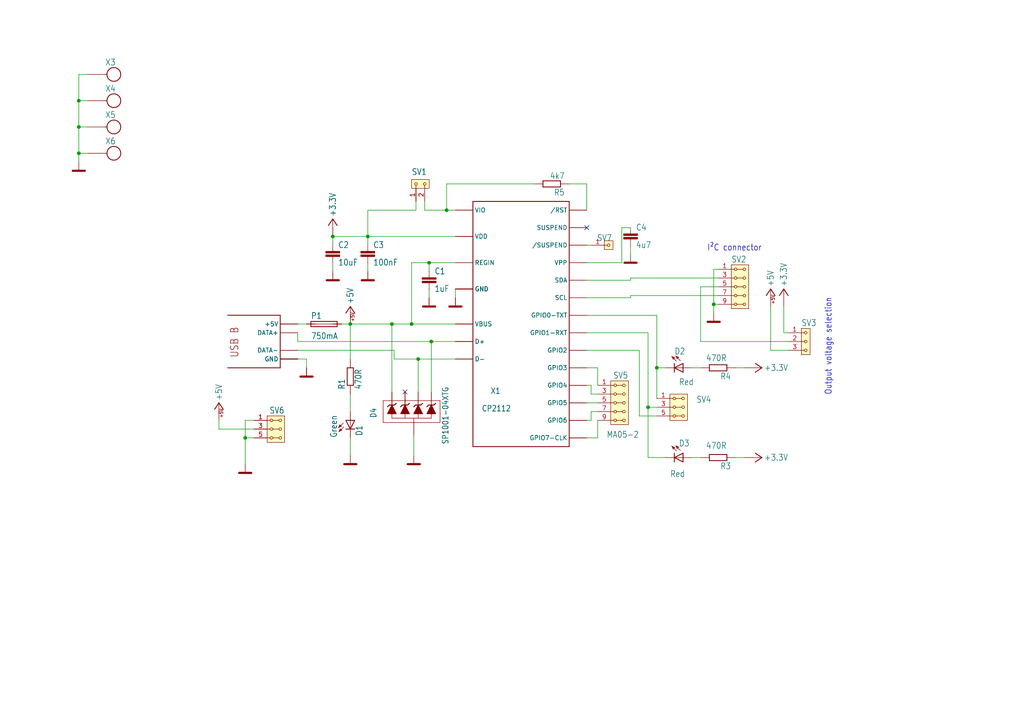
<source format=kicad_sch>
(kicad_sch (version 20211123) (generator eeschema)
  (paper "A4")
  (title_block (title "USBI2C01") (date "2023-02-13") (rev "A") (company "MLAB.cz") (comment 1 "USB to I²C master adapter\\nwith Linux kernel support ") (comment 3 "jacho@mlab.cz"))
  (lib_symbols
    (symbol "MLAB_D:D_4xZENER" (pin_numbers hide) (pin_names (offset 1.016) hide)
      (property "Reference" "D" (at -10.16 3.81 0))
      (property "Value" "D_4xZENER" (at 7.62 -5.08 0))
      (symbol "D_4xZENER_0_1"
        (rectangle (start -7.62 2.54) (end 8.89 -3.81))
        (rectangle (start -5.08 -2.54) (end 1.27 -2.54))
        (rectangle (start -5.08 -1.27) (end -5.08 -2.54))
        (rectangle (start -1.27 -1.27) (end -1.27 -2.54))
        (polyline (pts (xy -5.08 1.27) (xy -3.81 -1.27) (xy -6.35 -1.27) (xy -5.08 1.27) (xy -5.08 1.27)) (fill (type outline)))
        (polyline (pts (xy -5.08 1.27) (xy -3.81 -1.27) (xy -6.35 -1.27) (xy -5.08 1.27) (xy -5.08 1.27)) (fill (type outline)))
        (polyline (pts (xy -5.08 1.27) (xy -3.81 -1.27) (xy -6.35 -1.27) (xy -5.08 1.27) (xy -5.08 1.27)) (fill (type outline)))
        (polyline (pts (xy -5.08 1.27) (xy -3.81 -1.27) (xy -6.35 -1.27) (xy -5.08 1.27) (xy -5.08 1.27)) (fill (type outline)))
        (polyline (pts (xy -3.81 1.778) (xy -4.318 1.27) (xy -5.842 1.27) (xy -6.35 0.762) (xy -6.35 0.762)) (stroke (width 0.2032)))
        (polyline (pts (xy -3.81 1.778) (xy -4.318 1.27) (xy -5.842 1.27) (xy -6.35 0.762) (xy -6.35 0.762)) (stroke (width 0.2032)))
        (polyline (pts (xy -3.81 1.778) (xy -4.318 1.27) (xy -5.842 1.27) (xy -6.35 0.762) (xy -6.35 0.762)) (stroke (width 0.2032)))
        (polyline (pts (xy -3.81 1.778) (xy -4.318 1.27) (xy -5.842 1.27) (xy -6.35 0.762) (xy -6.35 0.762)) (stroke (width 0.2032)))
        (polyline (pts (xy -1.27 1.27) (xy 0 -1.27) (xy -2.54 -1.27) (xy -1.27 1.27) (xy -1.27 1.27)) (fill (type outline)))
        (polyline (pts (xy -1.27 1.27) (xy 0 -1.27) (xy -2.54 -1.27) (xy -1.27 1.27) (xy -1.27 1.27)) (fill (type outline)))
        (polyline (pts (xy -1.27 1.27) (xy 0 -1.27) (xy -2.54 -1.27) (xy -1.27 1.27) (xy -1.27 1.27)) (fill (type outline)))
        (polyline (pts (xy -1.27 1.27) (xy 0 -1.27) (xy -2.54 -1.27) (xy -1.27 1.27) (xy -1.27 1.27)) (fill (type outline)))
        (polyline (pts (xy 0 1.778) (xy -0.508 1.27) (xy -2.032 1.27) (xy -2.54 0.762) (xy -2.54 0.762)) (stroke (width 0.2032)))
        (polyline (pts (xy 0 1.778) (xy -0.508 1.27) (xy -2.032 1.27) (xy -2.54 0.762) (xy -2.54 0.762)) (stroke (width 0.2032)))
        (polyline (pts (xy 0 1.778) (xy -0.508 1.27) (xy -2.032 1.27) (xy -2.54 0.762) (xy -2.54 0.762)) (stroke (width 0.2032)))
        (polyline (pts (xy 0 1.778) (xy -0.508 1.27) (xy -2.032 1.27) (xy -2.54 0.762) (xy -2.54 0.762)) (stroke (width 0.2032)))
        (polyline (pts (xy 2.54 1.27) (xy 3.81 -1.27) (xy 1.27 -1.27) (xy 2.54 1.27) (xy 2.54 1.27)) (fill (type outline)))
        (polyline (pts (xy 2.54 1.27) (xy 3.81 -1.27) (xy 1.27 -1.27) (xy 2.54 1.27) (xy 2.54 1.27)) (fill (type outline)))
        (polyline (pts (xy 2.54 1.27) (xy 3.81 -1.27) (xy 1.27 -1.27) (xy 2.54 1.27) (xy 2.54 1.27)) (fill (type outline)))
        (polyline (pts (xy 2.54 1.27) (xy 3.81 -1.27) (xy 1.27 -1.27) (xy 2.54 1.27) (xy 2.54 1.27)) (fill (type outline)))
        (polyline (pts (xy 3.81 1.778) (xy 3.302 1.27) (xy 1.778 1.27) (xy 1.27 0.762) (xy 1.27 0.762)) (stroke (width 0.2032)))
        (polyline (pts (xy 3.81 1.778) (xy 3.302 1.27) (xy 1.778 1.27) (xy 1.27 0.762) (xy 1.27 0.762)) (stroke (width 0.2032)))
        (polyline (pts (xy 3.81 1.778) (xy 3.302 1.27) (xy 1.778 1.27) (xy 1.27 0.762) (xy 1.27 0.762)) (stroke (width 0.2032)))
        (polyline (pts (xy 3.81 1.778) (xy 3.302 1.27) (xy 1.778 1.27) (xy 1.27 0.762) (xy 1.27 0.762)) (stroke (width 0.2032)))
        (polyline (pts (xy 6.35 1.27) (xy 7.62 -1.27) (xy 5.08 -1.27) (xy 6.35 1.27) (xy 6.35 1.27)) (fill (type outline)))
        (polyline (pts (xy 6.35 1.27) (xy 7.62 -1.27) (xy 5.08 -1.27) (xy 6.35 1.27) (xy 6.35 1.27)) (fill (type outline)))
        (polyline (pts (xy 6.35 1.27) (xy 7.62 -1.27) (xy 5.08 -1.27) (xy 6.35 1.27) (xy 6.35 1.27)) (fill (type outline)))
        (polyline (pts (xy 6.35 1.27) (xy 7.62 -1.27) (xy 5.08 -1.27) (xy 6.35 1.27) (xy 6.35 1.27)) (fill (type outline)))
        (polyline (pts (xy 7.62 1.778) (xy 7.112 1.27) (xy 5.588 1.27) (xy 5.08 0.762) (xy 5.08 0.762)) (stroke (width 0.2032)))
        (polyline (pts (xy 7.62 1.778) (xy 7.112 1.27) (xy 5.588 1.27) (xy 5.08 0.762) (xy 5.08 0.762)) (stroke (width 0.2032)))
        (polyline (pts (xy 7.62 1.778) (xy 7.112 1.27) (xy 5.588 1.27) (xy 5.08 0.762) (xy 5.08 0.762)) (stroke (width 0.2032)))
        (polyline (pts (xy 7.62 1.778) (xy 7.112 1.27) (xy 5.588 1.27) (xy 5.08 0.762) (xy 5.08 0.762)) (stroke (width 0.2032)))
        (rectangle (start 1.27 -2.54) (end 1.27 -3.81))
        (rectangle (start 2.54 -1.27) (end 2.54 -2.54))
        (rectangle (start 6.35 -2.54) (end 1.27 -2.54))
        (rectangle (start 6.35 -1.27) (end 6.35 -2.54))
      )
      (symbol "D_4xZENER_1_1"
        (pin passive line (at -5.08 5.08 270) (length 3.81) (name "~") (number "1"))
        (pin passive line (at 1.27 -7.62 90) (length 3.81) (name "~") (number "2"))
        (pin passive line (at -1.27 5.08 270) (length 3.81) (name "~") (number "3"))
        (pin passive line (at 2.54 5.08 270) (length 3.81) (name "~") (number "4"))
        (pin passive line (at 6.35 5.08 270) (length 3.81) (name "~") (number "5"))
      )
    )
    (symbol "MLAB_HEADER:HEADER_1x01" (pin_names (offset 1.016))
      (property "Reference" "J" (at 0 -2.54 0))
      (property "Value" "HEADER_1x01" (at 0 2.54 0))
      (symbol "HEADER_1x01_0_1"
        (rectangle (start -1.27 1.27) (end 1.27 -1.27) (fill (type background)))
        (polyline (pts (xy -1.27 0) (xy -0.381 0)))
        (circle (center 0 0) (radius 0.381))
      )
      (symbol "HEADER_1x01_1_1"
        (pin input line (at -5.08 0 0) (length 3.81) (name "~") (number "1"))
      )
    )
    (symbol "MLAB_HEADER:HEADER_1x02" (pin_names (offset 1.016))
      (property "Reference" "J" (at 0 -3.81 0))
      (property "Value" "HEADER_1x02" (at 0 3.81 0))
      (symbol "HEADER_1x02_0_1"
        (rectangle (start -1.27 2.54) (end 1.27 -2.54) (fill (type background)))
        (circle (center 0 -1.27) (radius 0.381))
        (polyline (pts (xy -1.27 -1.27) (xy -0.381 -1.27)))
        (polyline (pts (xy -1.27 1.27) (xy -0.381 1.27)))
        (circle (center 0 1.27) (radius 0.381))
      )
      (symbol "HEADER_1x02_1_1"
        (pin input line (at -5.08 1.27 0) (length 3.81) (name "~") (number "1"))
        (pin input line (at -5.08 -1.27 0) (length 3.81) (name "~") (number "2"))
      )
    )
    (symbol "MLAB_HEADER:HEADER_1x03" (pin_names (offset 1.016))
      (property "Reference" "J" (at 0 -5.08 0))
      (property "Value" "HEADER_1x03" (at 0 5.08 0))
      (symbol "HEADER_1x03_0_1"
        (rectangle (start -1.27 3.81) (end 1.27 -3.81) (fill (type background)))
        (circle (center 0 -2.54) (radius 0.381))
        (polyline (pts (xy -1.27 -2.54) (xy -0.381 -2.54)))
        (polyline (pts (xy -1.27 0) (xy -0.381 0)))
        (polyline (pts (xy -1.27 2.54) (xy -0.381 2.54)))
        (circle (center 0 0) (radius 0.381))
        (circle (center 0 2.54) (radius 0.381))
      )
      (symbol "HEADER_1x03_1_1"
        (pin input line (at -5.08 2.54 0) (length 3.81) (name "~") (number "1"))
        (pin input line (at -5.08 0 0) (length 3.81) (name "~") (number "2"))
        (pin input line (at -5.08 -2.54 0) (length 3.81) (name "~") (number "3"))
      )
    )
    (symbol "MLAB_HEADER:HEADER_2x03_PARALLEL" (pin_names (offset 1.016))
      (property "Reference" "J" (at 0 -5.08 0))
      (property "Value" "HEADER_2x03_PARALLEL" (at 0 5.08 0))
      (symbol "HEADER_2x03_PARALLEL_0_1"
        (rectangle (start -2.54 3.81) (end 2.54 -3.81) (fill (type background)))
        (circle (center -1.27 -2.54) (radius 0.381))
        (circle (center -1.27 0) (radius 0.381))
        (circle (center -1.27 2.54) (radius 0.381))
        (polyline (pts (xy -1.651 -2.54) (xy -2.54 -2.54)))
        (polyline (pts (xy -1.651 0) (xy -2.54 0)))
        (polyline (pts (xy -1.651 2.54) (xy -2.54 2.54)))
        (polyline (pts (xy -0.889 -2.54) (xy 0.889 -2.54)))
        (polyline (pts (xy -0.889 0) (xy 0.889 0)))
        (polyline (pts (xy -0.889 2.54) (xy 0.889 2.54)))
        (circle (center 1.27 -2.54) (radius 0.381))
        (circle (center 1.27 0) (radius 0.381))
        (circle (center 1.27 2.54) (radius 0.381))
      )
      (symbol "HEADER_2x03_PARALLEL_1_1"
        (pin input line (at -6.35 2.54 0) (length 3.81) (name "~") (number "1"))
        (pin input line (at -6.35 2.54 0) (length 3.81) hide (name "~") (number "2"))
        (pin input line (at -6.35 0 0) (length 3.81) (name "~") (number "3"))
        (pin input line (at -6.35 0 0) (length 3.81) hide (name "~") (number "4"))
        (pin input line (at -6.35 -2.54 0) (length 3.81) (name "~") (number "5"))
        (pin input line (at -6.35 -2.54 0) (length 3.81) hide (name "~") (number "6"))
      )
    )
    (symbol "MLAB_HEADER:HEADER_2x05_PARALLEL" (pin_names (offset 1.016))
      (property "Reference" "J" (at 0 -7.62 0))
      (property "Value" "HEADER_2x05_PARALLEL" (at 0 7.62 0))
      (symbol "HEADER_2x05_PARALLEL_0_1"
        (rectangle (start -2.54 6.35) (end 2.54 -6.35) (fill (type background)))
        (circle (center -1.27 -5.08) (radius 0.381))
        (circle (center -1.27 -2.54) (radius 0.381))
        (circle (center -1.27 0) (radius 0.381))
        (circle (center -1.27 2.54) (radius 0.381))
        (circle (center -1.27 5.08) (radius 0.381))
        (polyline (pts (xy -1.651 -5.08) (xy -2.54 -5.08)))
        (polyline (pts (xy -1.651 -2.54) (xy -2.54 -2.54)))
        (polyline (pts (xy -1.651 0) (xy -2.54 0)))
        (polyline (pts (xy -1.651 2.54) (xy -2.54 2.54)))
        (polyline (pts (xy -1.651 5.08) (xy -2.54 5.08)))
        (polyline (pts (xy -0.889 -5.08) (xy 0.889 -5.08)))
        (polyline (pts (xy -0.889 -2.54) (xy 0.889 -2.54)))
        (polyline (pts (xy -0.889 0) (xy 0.889 0)))
        (polyline (pts (xy -0.889 2.54) (xy 0.889 2.54)))
        (polyline (pts (xy -0.889 5.08) (xy 0.889 5.08)))
        (circle (center 1.27 -5.08) (radius 0.381))
        (circle (center 1.27 -2.54) (radius 0.381))
        (circle (center 1.27 0) (radius 0.381))
        (circle (center 1.27 2.54) (radius 0.381))
        (circle (center 1.27 5.08) (radius 0.381))
      )
      (symbol "HEADER_2x05_PARALLEL_1_1"
        (pin input line (at -6.35 5.08 0) (length 3.81) (name "~") (number "1"))
        (pin input line (at -6.35 -5.08 0) (length 3.81) hide (name "~") (number "10"))
        (pin input line (at -6.35 5.08 0) (length 3.81) hide (name "~") (number "2"))
        (pin input line (at -6.35 2.54 0) (length 3.81) (name "~") (number "3"))
        (pin input line (at -6.35 2.54 0) (length 3.81) hide (name "~") (number "4"))
        (pin input line (at -6.35 0 0) (length 3.81) (name "~") (number "5"))
        (pin input line (at -6.35 0 0) (length 3.81) hide (name "~") (number "6"))
        (pin input line (at -6.35 -2.54 0) (length 3.81) (name "~") (number "7"))
        (pin input line (at -6.35 -2.54 0) (length 3.81) hide (name "~") (number "8"))
        (pin input line (at -6.35 -5.08 0) (length 3.81) (name "~") (number "9"))
      )
    )
    (symbol "untitled-eagle-import:+3.3V" (power)
      (property "Value" "+3.3V" (at 0.9525 3.175 90))
      (symbol "+3.3V_1_0"
        (polyline (pts (xy -1.27 0.635) (xy 0 2.54)) (stroke (width 0.254)))
        (polyline (pts (xy 0 0.0001) (xy 0 2.54)) (stroke (width 0.1524)))
        (polyline (pts (xy 0 2.54) (xy 1.27 0.635)) (stroke (width 0.254)))
        (pin power_in line (at 0 -2.54 90) (length 2.54) (name "+3.3V") (number "1"))
      )
    )
    (symbol "untitled-eagle-import:+5V" (power)
      (property "Value" "+5V" (at 0.9525 3.175 90))
      (symbol "+5V_1_0"
        (polyline (pts (xy -1.27 0.635) (xy 0 2.54)) (stroke (width 0.254)))
        (polyline (pts (xy 0 0.0001) (xy 0 2.54)) (stroke (width 0.1524)))
        (polyline (pts (xy 0 2.54) (xy 1.27 0.635)) (stroke (width 0.254)))
        (text "+5V" (at 1.27 -1.905 900) (effects (font (size 1.016 0.8636)) (justify left bottom)))
        (pin power_in line (at 0 -2.54 90) (length 2.54) (name "+5V") (number "1"))
      )
    )
    (symbol "untitled-eagle-import:C0805"
      (property "Reference" "C" (at 1.524 1.651 0))
      (property "Value" "C0805" (at 1.524 -3.429 0))
      (symbol "C0805_1_0"
        (rectangle (start -2.032 -0.762) (end 2.032 -0.254) (fill (type outline)))
        (rectangle (start -2.032 0.254) (end 2.032 0.762) (fill (type outline)))
        (polyline (pts (xy 0 -1.27) (xy 0 -2.54)) (stroke (width 0.127)))
        (polyline (pts (xy 0 -1.27) (xy 0 -0.762)) (stroke (width 0.1524)))
        (polyline (pts (xy 0 1.27) (xy 0 0.762)) (stroke (width 0.1524)))
        (polyline (pts (xy 0 1.27) (xy 0 2.54)) (stroke (width 0.127)))
        (pin passive line (at 0 2.54 270) (length 0) (name "1") (number "1"))
        (pin passive line (at 0 -2.54 90) (length 0) (name "2") (number "2"))
      )
    )
    (symbol "untitled-eagle-import:CP2112"
      (property "Reference" "X" (at 63.5 30.48 0))
      (property "Value" "CP2112" (at 63.5 27.94 0))
      (symbol "CP2112_1_0"
        (polyline (pts (xy 60.96 -45.72) (xy 60.96 25.4)) (stroke (width 0.254)))
        (polyline (pts (xy 60.96 25.4) (xy 88.9 25.4)) (stroke (width 0.254)))
        (polyline (pts (xy 88.9 -45.72) (xy 60.96 -45.72)) (stroke (width 0.254)))
        (polyline (pts (xy 88.9 25.4) (xy 88.9 -45.72)) (stroke (width 0.254)))
        (pin bidirectional line (at 93.98 2.54 180) (length 5.08) (name "SDA") (number "P$1"))
        (pin bidirectional line (at 93.98 17.78 180) (length 5.08) (name "SUSPEND") (number "P$11"))
        (pin bidirectional line (at 93.98 -43.18 180) (length 5.08) (name "GPIO7-CLK") (number "P$12"))
        (pin bidirectional line (at 93.98 -38.1 180) (length 5.08) (name "GPIO6") (number "P$13"))
        (pin bidirectional line (at 93.98 -33.02 180) (length 5.08) (name "GPIO5") (number "P$14"))
        (pin bidirectional line (at 93.98 -27.94 180) (length 5.08) (name "GPIO4") (number "P$15"))
        (pin bidirectional line (at 93.98 7.62 180) (length 5.08) (name "VPP") (number "P$16"))
        (pin bidirectional line (at 93.98 12.7 180) (length 5.08) (name "/SUSPEND") (number "P$17"))
        (pin bidirectional line (at 55.88 0 0) (length 5.08) (name "GND") (number "P$2"))
        (pin bidirectional line (at 93.98 -22.86 180) (length 5.08) (name "GPIO3") (number "P$20"))
        (pin bidirectional line (at 93.98 -17.78 180) (length 5.08) (name "GPIO2") (number "P$21"))
        (pin bidirectional line (at 93.98 -12.7 180) (length 5.08) (name "GPIO1-RXT") (number "P$22"))
        (pin bidirectional line (at 93.98 -7.62 180) (length 5.08) (name "GPIO0-TXT") (number "P$23"))
        (pin bidirectional line (at 93.98 -2.54 180) (length 5.08) (name "SCL") (number "P$24"))
        (pin bidirectional line (at 55.88 0 0) (length 5.08) (name "GND") (number "P$25"))
        (pin bidirectional line (at 55.88 -15.24 0) (length 5.08) (name "D+") (number "P$3"))
        (pin bidirectional line (at 55.88 -20.32 0) (length 5.08) (name "D-") (number "P$4"))
        (pin bidirectional line (at 55.88 22.86 0) (length 5.08) (name "VIO") (number "P$5"))
        (pin bidirectional line (at 55.88 15.24 0) (length 5.08) (name "VDD") (number "P$6"))
        (pin bidirectional line (at 55.88 7.62 0) (length 5.08) (name "REGIN") (number "P$7"))
        (pin bidirectional line (at 55.88 -10.16 0) (length 5.08) (name "VBUS") (number "P$8"))
        (pin bidirectional line (at 93.98 22.86 180) (length 5.08) (name "/RST") (number "P$9"))
      )
    )
    (symbol "untitled-eagle-import:GND" (power)
      (symbol "GND_1_0"
        (polyline (pts (xy -1.7463 -2.5401) (xy 1.7463 -2.5401)) (stroke (width 0.6096)))
        (pin power_in line (at 0 0 270) (length 2.54) (name "GND") (number "1"))
      )
    )
    (symbol "untitled-eagle-import:LED1206_2"
      (property "Reference" "D" (at 3.556 -2.032 90))
      (property "Value" "LED1206_2" (at 5.715 -2.032 90))
      (symbol "LED1206_2_1_0"
        (polyline (pts (xy -2.032 1.778) (xy -3.429 0.381)) (stroke (width 0.1524)))
        (polyline (pts (xy -1.905 0.635) (xy -3.302 -0.762)) (stroke (width 0.1524)))
        (polyline (pts (xy 0 0) (xy -1.27 0)) (stroke (width 0.254)))
        (polyline (pts (xy 0 0) (xy -1.27 2.54)) (stroke (width 0.254)))
        (polyline (pts (xy 0 2.54) (xy -1.27 2.54)) (stroke (width 0.254)))
        (polyline (pts (xy 0 2.54) (xy 0 0)) (stroke (width 0.1524)))
        (polyline (pts (xy 1.27 0) (xy 0 0)) (stroke (width 0.254)))
        (polyline (pts (xy 1.27 2.54) (xy 0 0)) (stroke (width 0.254)))
        (polyline (pts (xy 1.27 2.54) (xy 0 2.54)) (stroke (width 0.254)))
        (polyline (pts (xy -3.429 0.381) (xy -3.048 1.27) (xy -2.54 0.762)) (fill (type outline)))
        (polyline (pts (xy -3.302 -0.762) (xy -2.921 0.127) (xy -2.413 -0.381)) (fill (type outline)))
        (pin passive line (at 0 5.08 270) (length 2.54) (name "A") (number "A"))
        (pin passive line (at 0 -2.54 90) (length 2.54) (name "C") (number "K"))
      )
    )
    (symbol "untitled-eagle-import:POJISTKA_1812"
      (property "Reference" "P" (at -3.81 1.397 0))
      (property "Value" "POJISTKA_1812" (at -3.81 -2.921 0))
      (symbol "POJISTKA_1812_1_0"
        (polyline (pts (xy -3.81 -0.762) (xy 3.81 -0.762)) (stroke (width 0.254)))
        (polyline (pts (xy -3.81 0.762) (xy -3.81 -0.762)) (stroke (width 0.254)))
        (polyline (pts (xy -2.54 0) (xy 2.54 0)) (stroke (width 0.1524)))
        (polyline (pts (xy 3.81 -0.762) (xy 3.81 0.762)) (stroke (width 0.254)))
        (polyline (pts (xy 3.81 0.762) (xy -3.81 0.762)) (stroke (width 0.254)))
        (pin passive line (at -5.08 0 0) (length 2.54) (name "1") (number "1"))
        (pin passive line (at 5.08 0 180) (length 2.54) (name "2") (number "2"))
      )
    )
    (symbol "untitled-eagle-import:R0805"
      (property "Reference" "R" (at -3.81 1.4986 0))
      (property "Value" "R0805" (at -3.81 -3.302 0))
      (symbol "R0805_1_0"
        (polyline (pts (xy -2.54 -0.889) (xy -2.54 0.889)) (stroke (width 0.254)))
        (polyline (pts (xy -2.54 -0.889) (xy 2.54 -0.889)) (stroke (width 0.254)))
        (polyline (pts (xy 2.54 -0.889) (xy 2.54 0.889)) (stroke (width 0.254)))
        (polyline (pts (xy 2.54 0.889) (xy -2.54 0.889)) (stroke (width 0.254)))
        (pin passive line (at -5.08 0 0) (length 2.54) (name "1") (number "1"))
        (pin passive line (at 5.08 0 180) (length 2.54) (name "2") (number "2"))
      )
    )
    (symbol "untitled-eagle-import:SROUB3M"
      (property "Reference" "X" (at -2.54 2.54 0))
      (symbol "SROUB3M_1_0"
        (polyline (pts (xy -2.54 0) (xy -2.032 0)) (stroke (width 0.1778)))
        (circle (center 0 0) (radius 2) (stroke (width 0.254)))
        (pin bidirectional line (at -7.62 0 0) (length 5.08) (name "P$1") (number "P$1"))
      )
    )
    (symbol "untitled-eagle-import:USB_B"
      (symbol "USB_B_1_0"
        (polyline (pts (xy 0 -7.62) (xy -15.24 -7.62)) (stroke (width 0.254)))
        (polyline (pts (xy 0 -7.62) (xy 0 7.62)) (stroke (width 0.254)))
        (polyline (pts (xy 0 7.62) (xy -15.24 7.62)) (stroke (width 0.254)))
        (text "USB B" (at -12 -4.7 900) (effects (font (size 2.1844 1.8567)) (justify left bottom)))
        (pin bidirectional line (at 5.08 5.08 180) (length 5.08) (name "+5V") (number "1"))
        (pin bidirectional line (at 5.08 -2.54 180) (length 5.08) (name "DATA-") (number "2"))
        (pin bidirectional line (at 5.08 2.54 180) (length 5.08) (name "DATA+") (number "3"))
        (pin bidirectional line (at 5.08 -5.08 180) (length 5.08) (name "GND") (number "4"))
        (pin bidirectional line (at 5.08 -5.08 180) (length 5.08) (name "GND") (number "GND"))
        (pin bidirectional line (at 5.08 -5.08 180) (length 5.08) (name "GND") (number "GND2"))
      )
    )
  )
  (junction (at 106.68 68.58))
  (junction (at 119.38 93.98))
  (junction (at 22.86 29.21))
  (junction (at 187.96 118.11))
  (junction (at 190.5 106.68))
  (junction (at 96.52 68.58))
  (junction (at 207.01 88.265))
  (junction (at 101.6 93.98))
  (junction (at 124.46 76.2))
  (junction (at 125.095 99.06))
  (junction (at 129.54 60.96))
  (junction (at 71.12 127))
  (junction (at 22.86 44.45))
  (junction (at 22.86 36.83))
  (junction (at 121.285 104.14))
  (junction (at 113.665 93.98))
  (no_connect (at 170.18 66.04))
  (no_connect (at 117.475 113.665))
  (wire (pts (xy 119.38 76.2) (xy 119.38 93.98)))
  (wire (pts (xy 101.6 119.38) (xy 101.6 114.3)))
  (wire (pts (xy 86.36 96.52) (xy 86.36 99.06)))
  (wire (pts (xy 215.9 132.715) (xy 213.36 132.715)))
  (wire (pts (xy 207.01 90.805) (xy 207.01 88.265)))
  (wire (pts (xy 121.285 113.665) (xy 121.285 104.14)))
  (wire (pts (xy 106.68 71.12) (xy 106.68 68.58)))
  (wire (pts (xy 73.66 127) (xy 71.12 127)))
  (wire (pts (xy 123.19 60.96) (xy 123.19 58.42)))
  (wire (pts (xy 25.4 44.45) (xy 22.86 44.45)))
  (wire (pts (xy 173.355 106.68) (xy 173.355 111.76)))
  (wire (pts (xy 228.6 101.6) (xy 223.52 101.6)))
  (wire (pts (xy 73.66 121.92) (xy 71.12 121.92)))
  (wire (pts (xy 101.6 93.98) (xy 113.665 93.98)))
  (wire (pts (xy 123.19 60.96) (xy 129.54 60.96)))
  (wire (pts (xy 180.34 66.04) (xy 180.34 76.2)))
  (wire (pts (xy 121.285 104.14) (xy 132.08 104.14)))
  (wire (pts (xy 187.96 96.52) (xy 187.96 118.11)))
  (wire (pts (xy 22.86 29.21) (xy 22.86 36.83)))
  (wire (pts (xy 170.18 96.52) (xy 187.96 96.52)))
  (wire (pts (xy 113.665 93.98) (xy 119.38 93.98)))
  (wire (pts (xy 223.52 88.9) (xy 223.52 101.6)))
  (wire (pts (xy 106.68 68.58) (xy 96.52 68.58)))
  (wire (pts (xy 182.88 81.28) (xy 170.18 81.28)))
  (wire (pts (xy 99.06 93.98) (xy 101.6 93.98)))
  (wire (pts (xy 113.665 113.665) (xy 113.665 93.98)))
  (wire (pts (xy 88.9 104.14) (xy 88.9 106.68)))
  (wire (pts (xy 101.6 93.98) (xy 101.6 104.14)))
  (wire (pts (xy 170.18 76.2) (xy 180.34 76.2)))
  (wire (pts (xy 114.3 104.14) (xy 121.285 104.14)))
  (wire (pts (xy 227.33 96.52) (xy 228.6 96.52)))
  (wire (pts (xy 171.45 121.92) (xy 170.18 121.92)))
  (wire (pts (xy 182.88 85.725) (xy 182.88 86.36)))
  (wire (pts (xy 22.86 21.59) (xy 22.86 29.21)))
  (wire (pts (xy 124.46 76.2) (xy 119.38 76.2)))
  (wire (pts (xy 173.355 114.3) (xy 171.45 114.3)))
  (wire (pts (xy 63.5 124.46) (xy 63.5 121.92)))
  (wire (pts (xy 25.4 29.21) (xy 22.86 29.21)))
  (wire (pts (xy 124.46 86.36) (xy 124.46 83.82)))
  (wire (pts (xy 86.36 101.6) (xy 114.3 101.6)))
  (wire (pts (xy 22.86 44.45) (xy 22.86 46.99)))
  (wire (pts (xy 190.5 120.65) (xy 185.42 120.65)))
  (wire (pts (xy 129.54 53.34) (xy 129.54 60.96)))
  (wire (pts (xy 125.095 99.06) (xy 132.08 99.06)))
  (wire (pts (xy 182.88 71.12) (xy 182.88 73.66)))
  (wire (pts (xy 203.2 132.715) (xy 200.66 132.715)))
  (wire (pts (xy 170.18 71.12) (xy 171.45 71.12)))
  (wire (pts (xy 132.08 60.96) (xy 129.54 60.96)))
  (wire (pts (xy 132.08 68.58) (xy 106.68 68.58)))
  (wire (pts (xy 119.38 93.98) (xy 132.08 93.98)))
  (wire (pts (xy 182.88 86.36) (xy 170.18 86.36)))
  (wire (pts (xy 132.08 86.36) (xy 132.08 83.82)))
  (wire (pts (xy 215.9 106.68) (xy 213.36 106.68)))
  (wire (pts (xy 73.66 124.46) (xy 63.5 124.46)))
  (wire (pts (xy 203.2 83.185) (xy 208.28 83.185)))
  (wire (pts (xy 170.18 127) (xy 173.355 127)))
  (wire (pts (xy 88.9 93.98) (xy 86.36 93.98)))
  (wire (pts (xy 193.04 106.68) (xy 190.5 106.68)))
  (wire (pts (xy 173.355 127) (xy 173.355 121.92)))
  (wire (pts (xy 71.12 121.92) (xy 71.12 127)))
  (wire (pts (xy 187.96 118.11) (xy 187.96 132.715)))
  (wire (pts (xy 190.5 118.11) (xy 187.96 118.11)))
  (wire (pts (xy 182.88 66.04) (xy 180.34 66.04)))
  (wire (pts (xy 71.12 127) (xy 71.12 134.62)))
  (wire (pts (xy 208.28 88.265) (xy 207.01 88.265)))
  (wire (pts (xy 170.18 101.6) (xy 185.42 101.6)))
  (wire (pts (xy 171.45 111.76) (xy 170.18 111.76)))
  (wire (pts (xy 165.1 53.34) (xy 170.18 53.34)))
  (wire (pts (xy 208.28 80.645) (xy 182.88 80.645)))
  (wire (pts (xy 208.28 85.725) (xy 182.88 85.725)))
  (wire (pts (xy 173.355 119.38) (xy 171.45 119.38)))
  (wire (pts (xy 120.015 126.365) (xy 120.015 132.08)))
  (wire (pts (xy 170.18 53.34) (xy 170.18 60.96)))
  (wire (pts (xy 203.2 99.06) (xy 203.2 83.185)))
  (wire (pts (xy 154.94 53.34) (xy 129.54 53.34)))
  (wire (pts (xy 190.5 106.68) (xy 190.5 115.57)))
  (wire (pts (xy 125.095 113.665) (xy 125.095 99.06)))
  (wire (pts (xy 25.4 36.83) (xy 22.86 36.83)))
  (wire (pts (xy 124.46 78.74) (xy 124.46 76.2)))
  (wire (pts (xy 114.3 101.6) (xy 114.3 104.14)))
  (wire (pts (xy 182.88 80.645) (xy 182.88 81.28)))
  (wire (pts (xy 96.52 78.74) (xy 96.52 76.2)))
  (wire (pts (xy 208.28 78.105) (xy 207.01 78.105)))
  (wire (pts (xy 120.65 60.96) (xy 120.65 58.42)))
  (wire (pts (xy 86.36 99.06) (xy 125.095 99.06)))
  (wire (pts (xy 101.6 132.08) (xy 101.6 127)))
  (wire (pts (xy 171.45 114.3) (xy 171.45 111.76)))
  (wire (pts (xy 96.52 68.58) (xy 96.52 71.12)))
  (wire (pts (xy 200.66 106.68) (xy 203.2 106.68)))
  (wire (pts (xy 207.01 88.265) (xy 207.01 78.105)))
  (wire (pts (xy 25.4 21.59) (xy 22.86 21.59)))
  (wire (pts (xy 106.68 60.96) (xy 106.68 68.58)))
  (wire (pts (xy 106.68 60.96) (xy 120.65 60.96)))
  (wire (pts (xy 190.5 91.44) (xy 190.5 106.68)))
  (wire (pts (xy 106.68 78.74) (xy 106.68 76.2)))
  (wire (pts (xy 170.18 116.84) (xy 173.355 116.84)))
  (wire (pts (xy 170.18 106.68) (xy 173.355 106.68)))
  (wire (pts (xy 86.36 104.14) (xy 88.9 104.14)))
  (wire (pts (xy 171.45 119.38) (xy 171.45 121.92)))
  (wire (pts (xy 203.2 99.06) (xy 228.6 99.06)))
  (wire (pts (xy 170.18 91.44) (xy 190.5 91.44)))
  (wire (pts (xy 22.86 36.83) (xy 22.86 44.45)))
  (wire (pts (xy 132.08 76.2) (xy 124.46 76.2)))
  (wire (pts (xy 193.04 132.715) (xy 187.96 132.715)))
  (wire (pts (xy 185.42 101.6) (xy 185.42 120.65)))
  (wire (pts (xy 227.33 88.9) (xy 227.33 96.52)))
  (text "I²C connector" (at 220.98 73.025 180) (effects (font (size 1.778 1.5113)) (justify right bottom)))
  (text "Output voltage selection\n" (at 241.3 86.36 270) (effects (font (size 1.778 1.5113)) (justify right bottom)))
  (symbol (lib_id "untitled-eagle-import:C0805") (at 96.52 73.66 0) (unit 1)
    (property "Reference" "C2" (at 98.044 72.009 0) (effects (font (size 1.778 1.5113)) (justify left bottom)))
    (property "Value" "10uF" (at 98.044 77.089 0) (effects (font (size 1.778 1.5113)) (justify left bottom)))
    (property "Footprint" "Capacitor_SMD:C_0805_2012Metric" (effects hide))
    (property "UST_ID" "5c70984812875079b91f8bbd" (effects hide))
  )
  (symbol (lib_id "untitled-eagle-import:SROUB3M") (at 33.02 44.45 0) (unit 1)
    (property "Reference" "X6" (at 30.48 41.91 0) (effects (font (size 1.778 1.5113)) (justify left bottom)))
    (property "Value" "SROUB3M" (effects hide))
    (property "Footprint" "untitled:SROUB3M" (effects hide))
  )
  (symbol (lib_id "untitled-eagle-import:R0805") (at 160.02 53.34 180) (unit 1)
    (property "Reference" "R5" (at 163.83 54.8386 0) (effects (font (size 1.778 1.5113)) (justify left bottom)))
    (property "Value" "4k7" (at 163.83 50.038 0) (effects (font (size 1.778 1.5113)) (justify left bottom)))
    (property "Footprint" "untitled:0805" (effects hide))
    (property "UST_ID" "5c70984612875079b91f8995" (effects hide))
  )
  (symbol (lib_id "untitled-eagle-import:SROUB3M") (at 33.02 36.83 0) (unit 1)
    (property "Reference" "X5" (at 30.48 34.29 0) (effects (font (size 1.778 1.5113)) (justify left bottom)))
    (property "Value" "SROUB3M" (effects hide))
    (property "Footprint" "untitled:SROUB3M" (effects hide))
  )
  (symbol (lib_id "untitled-eagle-import:USB_B") (at 81.28 99.06 0) (unit 1)
    (property "Reference" "X2" (effects hide))
    (property "Value" "USB_B" (effects hide))
    (property "Footprint" "untitled:USB_B" (effects hide))
    (property "UST_ID" "5c70984412875079b91f87a8" (effects hide))
  )
  (symbol (lib_id "untitled-eagle-import:LED1206_2") (at 195.58 106.68 270) (unit 1)
    (property "Reference" "D2" (at 195.58 102.87 90) (effects (font (size 1.778 1.5113)) (justify left bottom)))
    (property "Value" "Red" (at 196.85 111.76 90) (effects (font (size 1.778 1.5113)) (justify left bottom)))
    (property "Footprint" "untitled:1206_2" (effects hide))
    (property "UST_ID" "5c70984412875079b91f8896" (effects hide))
  )
  (symbol (lib_id "untitled-eagle-import:GND") (at 71.12 134.62 0) (unit 1)
    (property "Reference" "#U$018" (effects hide))
    (property "Value" "GND" (effects hide))
    (property "Footprint" "untitled:" (effects hide))
  )
  (symbol (lib_id "MLAB_HEADER:HEADER_2x03_PARALLEL") (at 196.85 118.11 0) (unit 1)
    (property "Reference" "SV4" (at 201.93 116.84 0) (effects (font (size 1.778 1.5113)) (justify left bottom)))
    (property "Value" "MA03-2" (effects hide))
    (property "Footprint" "untitled:MA03-2" (effects hide))
  )
  (symbol (lib_id "untitled-eagle-import:+3.3V") (at 96.52 66.04 0) (unit 1)
    (property "Reference" "#U$010" (effects hide))
    (property "Value" "+3.3V" (at 97.4725 62.865 90) (effects (font (size 1.778 1.5113)) (justify left bottom)))
    (property "Footprint" "untitled:" (effects hide))
  )
  (symbol (lib_id "MLAB_HEADER:HEADER_1x03") (at 233.68 99.06 0) (unit 1)
    (property "Reference" "SV3" (at 232.41 94.615 0) (effects (font (size 1.778 1.5113)) (justify left bottom)))
    (property "Value" "MA03-1" (effects hide))
    (property "Footprint" "untitled:MA03-1" (effects hide))
  )
  (symbol (lib_id "untitled-eagle-import:R0805") (at 208.28 106.68 180) (unit 1)
    (property "Reference" "R4" (at 212.09 108.1786 0) (effects (font (size 1.778 1.5113)) (justify left bottom)))
    (property "Value" "470R" (at 210.82 102.87 0) (effects (font (size 1.778 1.5113)) (justify left bottom)))
    (property "Footprint" "untitled:0805" (effects hide))
    (property "UST_ID" "5c70984512875079b91f8986" (effects hide))
  )
  (symbol (lib_id "untitled-eagle-import:GND") (at 88.9 106.68 0) (unit 1)
    (property "Reference" "#U$01" (effects hide))
    (property "Value" "GND" (effects hide))
    (property "Footprint" "untitled:" (effects hide))
  )
  (symbol (lib_id "untitled-eagle-import:SROUB3M") (at 33.02 29.21 0) (unit 1)
    (property "Reference" "X4" (at 30.48 26.67 0) (effects (font (size 1.778 1.5113)) (justify left bottom)))
    (property "Value" "SROUB3M" (effects hide))
    (property "Footprint" "untitled:SROUB3M" (effects hide))
  )
  (symbol (lib_id "MLAB_HEADER:HEADER_1x02") (at 121.92 53.34 90) (unit 1)
    (property "Reference" "SV1" (at 123.825 48.895 90) (effects (font (size 1.778 1.5113)) (justify left bottom)))
    (property "Value" "MA02-1" (effects hide))
    (property "Footprint" "untitled:MA02-1" (effects hide))
  )
  (symbol (lib_id "untitled-eagle-import:C0805") (at 182.88 68.58 0) (unit 1)
    (property "Reference" "C4" (at 184.404 66.929 0) (effects (font (size 1.778 1.5113)) (justify left bottom)))
    (property "Value" "4u7" (at 184.404 72.009 0) (effects (font (size 1.778 1.5113)) (justify left bottom)))
    (property "Footprint" "Capacitor_SMD:C_0805_2012Metric" (effects hide))
    (property "UST_ID" "5e3ff8fc1287502a33bad7a3" (effects hide))
  )
  (symbol (lib_id "MLAB_HEADER:HEADER_2x05_PARALLEL") (at 214.63 83.185 0) (unit 1)
    (property "Reference" "SV2" (at 212.09 76.2 0) (effects (font (size 1.778 1.5113)) (justify left bottom)))
    (property "Value" "MA05-2" (effects hide))
    (property "Footprint" "untitled:MA05-2" (effects hide))
  )
  (symbol (lib_id "untitled-eagle-import:SROUB3M") (at 33.02 21.59 0) (unit 1)
    (property "Reference" "X3" (at 30.48 19.05 0) (effects (font (size 1.778 1.5113)) (justify left bottom)))
    (property "Value" "SROUB3M" (effects hide))
    (property "Footprint" "untitled:SROUB3M" (effects hide))
  )
  (symbol (lib_id "untitled-eagle-import:+5V") (at 63.5 119.38 0) (unit 1)
    (property "Reference" "#U$017" (effects hide))
    (property "Value" "+5V" (at 64.4525 116.205 90) (effects (font (size 1.778 1.5113)) (justify left bottom)))
    (property "Footprint" "untitled:" (effects hide))
  )
  (symbol (lib_id "MLAB_HEADER:HEADER_2x03_PARALLEL") (at 80.01 124.46 0) (unit 1)
    (property "Reference" "SV6" (at 78.105 120.015 0) (effects (font (size 1.778 1.5113)) (justify left bottom)))
    (property "Value" "MA03-2" (effects hide))
    (property "Footprint" "untitled:MA03-2" (effects hide))
  )
  (symbol (lib_id "untitled-eagle-import:+5V") (at 101.6 91.44 0) (unit 1)
    (property "Reference" "#U$012" (effects hide))
    (property "Value" "+5V" (at 102.5525 88.265 90) (effects (font (size 1.778 1.5113)) (justify left bottom)))
    (property "Footprint" "untitled:" (effects hide))
  )
  (symbol (lib_id "untitled-eagle-import:POJISTKA_1812") (at 93.98 93.98 0) (unit 1)
    (property "Reference" "P1" (at 90.17 92.583 0) (effects (font (size 1.778 1.5113)) (justify left bottom)))
    (property "Value" "750mA" (at 90.17 98.425 0) (effects (font (size 1.778 1.5113)) (justify left bottom)))
    (property "Footprint" "untitled:1812" (effects hide))
    (property "UST_ID" "5c70984512875079b91f88d2" (effects hide))
  )
  (symbol (lib_id "untitled-eagle-import:R0805") (at 101.6 109.22 90) (unit 1)
    (property "Reference" "R1" (at 100.1014 113.03 0) (effects (font (size 1.778 1.5113)) (justify left bottom)))
    (property "Value" "470R" (at 104.902 113.03 0) (effects (font (size 1.778 1.5113)) (justify left bottom)))
    (property "Footprint" "untitled:0805" (effects hide))
    (property "UST_ID" "5c70984512875079b91f8986" (effects hide))
  )
  (symbol (lib_id "untitled-eagle-import:R0805") (at 208.28 132.715 180) (unit 1)
    (property "Reference" "R3" (at 212.09 134.2136 0) (effects (font (size 1.778 1.5113)) (justify left bottom)))
    (property "Value" "470R" (at 210.82 128.27 0) (effects (font (size 1.778 1.5113)) (justify left bottom)))
    (property "Footprint" "untitled:0805" (effects hide))
    (property "UST_ID" "5c70984512875079b91f8986" (effects hide))
  )
  (symbol (lib_id "untitled-eagle-import:C0805") (at 124.46 81.28 0) (unit 1)
    (property "Reference" "C1" (at 125.984 79.629 0) (effects (font (size 1.778 1.5113)) (justify left bottom)))
    (property "Value" "1uF" (at 125.984 84.709 0) (effects (font (size 1.778 1.5113)) (justify left bottom)))
    (property "Footprint" "Capacitor_SMD:C_0805_2012Metric" (effects hide))
    (property "UST_ID" "5c70984712875079b91f8b50" (effects hide))
  )
  (symbol (lib_id "MLAB_HEADER:HEADER_2x05_PARALLEL") (at 179.705 116.84 0) (unit 1)
    (property "Reference" "SV5" (at 177.8 109.855 0) (effects (font (size 1.778 1.5113)) (justify left bottom)))
    (property "Value" "MA05-2" (at 175.895 127 0) (effects (font (size 1.778 1.5113)) (justify left bottom)))
    (property "Footprint" "untitled:MA05-2" (effects hide))
  )
  (symbol (lib_id "untitled-eagle-import:+3.3V") (at 218.44 132.715 270) (unit 1)
    (property "Reference" "#U$015" (effects hide))
    (property "Value" "+3.3V" (at 221.615 133.6675 90) (effects (font (size 1.778 1.5113)) (justify left bottom)))
    (property "Footprint" "untitled:" (effects hide))
  )
  (symbol (lib_id "untitled-eagle-import:GND") (at 124.46 86.36 0) (unit 1)
    (property "Reference" "#U$07" (effects hide))
    (property "Value" "GND" (effects hide))
    (property "Footprint" "untitled:" (effects hide))
  )
  (symbol (lib_id "untitled-eagle-import:+3.3V") (at 227.33 86.36 0) (unit 1)
    (property "Reference" "#U$011" (effects hide))
    (property "Value" "+3.3V" (at 228.2825 83.185 90) (effects (font (size 1.778 1.5113)) (justify left bottom)))
    (property "Footprint" "untitled:" (effects hide))
  )
  (symbol (lib_id "MLAB_HEADER:HEADER_1x01") (at 176.53 71.12 0) (unit 1)
    (property "Reference" "SV7" (at 173.101 69.977 0) (effects (font (size 1.778 1.5113)) (justify left bottom)))
    (property "Value" "MA01-1" (effects hide))
    (property "Footprint" "untitled:MA01-1" (effects hide))
  )
  (symbol (lib_id "MLAB_D:D_4xZENER") (at 118.745 118.745 0) (unit 1)
    (property "Reference" "D4" (at 109.22 121.285 90) (effects (font (size 1.6764 1.4249)) (justify left bottom)))
    (property "Value" "SP1001-04XTG" (at 128.27 128.9051 90) (effects (font (size 1.6764 1.4249)) (justify left top)))
    (property "Footprint" "untitled:SOT553" (effects hide))
    (property "UST_ID" "5c70984512875079b91f88cc" (effects hide))
  )
  (symbol (lib_id "untitled-eagle-import:+3.3V") (at 218.44 106.68 270) (unit 1)
    (property "Reference" "#U$014" (effects hide))
    (property "Value" "+3.3V" (at 221.615 107.6325 90) (effects (font (size 1.778 1.5113)) (justify left bottom)))
    (property "Footprint" "untitled:" (effects hide))
  )
  (symbol (lib_id "untitled-eagle-import:GND") (at 22.86 46.99 0) (unit 1)
    (property "Reference" "#U$016" (effects hide))
    (property "Value" "GND" (effects hide))
    (property "Footprint" "untitled:" (effects hide))
  )
  (symbol (lib_id "untitled-eagle-import:GND") (at 106.68 78.74 0) (unit 1)
    (property "Reference" "#U$05" (effects hide))
    (property "Value" "GND" (effects hide))
    (property "Footprint" "untitled:" (effects hide))
  )
  (symbol (lib_id "untitled-eagle-import:GND") (at 207.01 90.805 0) (unit 1)
    (property "Reference" "#U$09" (effects hide))
    (property "Value" "GND" (effects hide))
    (property "Footprint" "untitled:" (effects hide))
  )
  (symbol (lib_id "untitled-eagle-import:GND") (at 96.52 78.74 0) (unit 1)
    (property "Reference" "#U$04" (effects hide))
    (property "Value" "GND" (effects hide))
    (property "Footprint" "untitled:" (effects hide))
  )
  (symbol (lib_id "untitled-eagle-import:C0805") (at 106.68 73.66 0) (unit 1)
    (property "Reference" "C3" (at 108.204 72.009 0) (effects (font (size 1.778 1.5113)) (justify left bottom)))
    (property "Value" "100nF" (at 108.204 77.089 0) (effects (font (size 1.778 1.5113)) (justify left bottom)))
    (property "Footprint" "Capacitor_SMD:C_0805_2012Metric" (effects hide))
    (property "UST_ID" "5c70984712875079b91f8b4c" (effects hide))
  )
  (symbol (lib_id "untitled-eagle-import:GND") (at 101.6 132.08 0) (unit 1)
    (property "Reference" "#U$03" (effects hide))
    (property "Value" "GND" (effects hide))
    (property "Footprint" "untitled:" (effects hide))
  )
  (symbol (lib_id "untitled-eagle-import:CP2112") (at 76.2 83.82 0) (unit 1)
    (property "Reference" "X1" (at 142.24 114.3 0) (effects (font (size 1.6764 1.4249)) (justify left bottom)))
    (property "Value" "CP2112" (at 139.7 119.38 0) (effects (font (size 1.6764 1.4249)) (justify left bottom)))
    (property "Footprint" "untitled:QFN-24" (effects hide))
    (property "UST_ID" "5c70984612875079b91f89b2" (effects hide))
  )
  (symbol (lib_id "untitled-eagle-import:+5V") (at 223.52 86.36 0) (unit 1)
    (property "Reference" "#U$013" (effects hide))
    (property "Value" "+5V" (at 224.4725 83.185 90) (effects (font (size 1.778 1.5113)) (justify left bottom)))
    (property "Footprint" "untitled:" (effects hide))
  )
  (symbol (lib_id "untitled-eagle-import:GND") (at 120.015 132.08 0) (unit 1)
    (property "Reference" "#U$02" (effects hide))
    (property "Value" "GND" (effects hide))
    (property "Footprint" "untitled:" (effects hide))
  )
  (symbol (lib_id "untitled-eagle-import:LED1206_2") (at 101.6 124.46 0) (unit 1)
    (property "Reference" "D1" (at 105.156 126.492 90) (effects (font (size 1.778 1.5113)) (justify left bottom)))
    (property "Value" "Green" (at 97.79 127 90) (effects (font (size 1.778 1.5113)) (justify left bottom)))
    (property "Footprint" "untitled:1206_2" (effects hide))
    (property "UST_ID" "5c70984412875079b91f8895" (effects hide))
  )
  (symbol (lib_id "untitled-eagle-import:GND") (at 182.88 73.66 0) (unit 1)
    (property "Reference" "#U$08" (effects hide))
    (property "Value" "GND" (effects hide))
    (property "Footprint" "untitled:" (effects hide))
  )
  (symbol (lib_id "untitled-eagle-import:GND") (at 132.08 86.36 0) (unit 1)
    (property "Reference" "#U$06" (effects hide))
    (property "Value" "GND" (effects hide))
    (property "Footprint" "untitled:" (effects hide))
  )
  (symbol (lib_id "untitled-eagle-import:LED1206_2") (at 195.58 132.715 270) (unit 1)
    (property "Reference" "D3" (at 196.85 129.54 90) (effects (font (size 1.778 1.5113)) (justify left bottom)))
    (property "Value" "Red" (at 194.31 138.43 90) (effects (font (size 1.778 1.5113)) (justify left bottom)))
    (property "Footprint" "untitled:1206_2" (effects hide))
    (property "UST_ID" "5c70984412875079b91f8896" (effects hide))
  )
)
</source>
